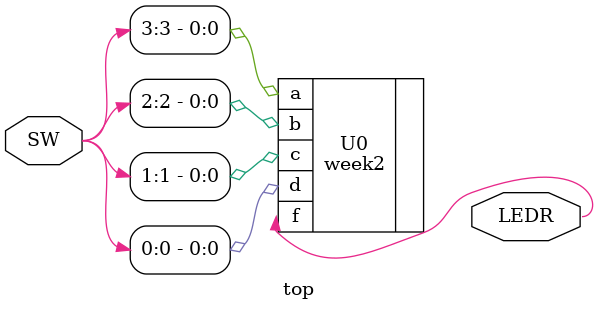
<source format=v>
module top (input [3:0] SW, output [0:0] LEDR);

week2 U0 (.a(SW[3]), .b(SW[2]), .c(SW[1]), .d(SW[0]), .f(LEDR[0]));

endmodule
</source>
